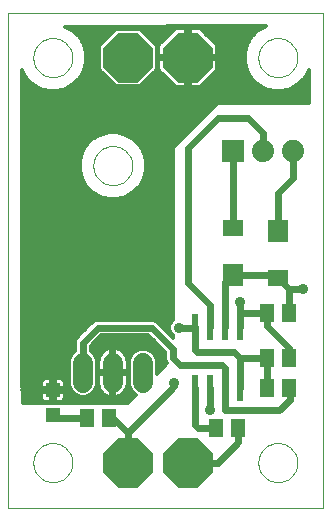
<source format=gtl>
G75*
G70*
%OFA0B0*%
%FSLAX24Y24*%
%IPPOS*%
%LPD*%
%AMOC8*
5,1,8,0,0,1.08239X$1,22.5*
%
%ADD10C,0.0000*%
%ADD11R,0.0236X0.0866*%
%ADD12R,0.0512X0.0591*%
%ADD13R,0.0512X0.0630*%
%ADD14C,0.0660*%
%ADD15R,0.0661X0.0520*%
%ADD16R,0.0661X0.0728*%
%ADD17OC8,0.1640*%
%ADD18R,0.0472X0.0472*%
%ADD19R,0.0740X0.0740*%
%ADD20C,0.0740*%
%ADD21C,0.0240*%
%ADD22C,0.0360*%
%ADD23C,0.0120*%
D10*
X000161Y000101D02*
X000161Y016597D01*
X010661Y016601D01*
X010661Y000101D01*
X000161Y000101D01*
X001011Y001601D02*
X001013Y001651D01*
X001019Y001701D01*
X001029Y001751D01*
X001042Y001799D01*
X001059Y001847D01*
X001080Y001893D01*
X001104Y001937D01*
X001132Y001979D01*
X001163Y002019D01*
X001197Y002056D01*
X001234Y002091D01*
X001273Y002122D01*
X001314Y002151D01*
X001358Y002176D01*
X001404Y002198D01*
X001451Y002216D01*
X001499Y002230D01*
X001548Y002241D01*
X001598Y002248D01*
X001648Y002251D01*
X001699Y002250D01*
X001749Y002245D01*
X001799Y002236D01*
X001847Y002224D01*
X001895Y002207D01*
X001941Y002187D01*
X001986Y002164D01*
X002029Y002137D01*
X002069Y002107D01*
X002107Y002074D01*
X002142Y002038D01*
X002175Y001999D01*
X002204Y001958D01*
X002230Y001915D01*
X002253Y001870D01*
X002272Y001823D01*
X002287Y001775D01*
X002299Y001726D01*
X002307Y001676D01*
X002311Y001626D01*
X002311Y001576D01*
X002307Y001526D01*
X002299Y001476D01*
X002287Y001427D01*
X002272Y001379D01*
X002253Y001332D01*
X002230Y001287D01*
X002204Y001244D01*
X002175Y001203D01*
X002142Y001164D01*
X002107Y001128D01*
X002069Y001095D01*
X002029Y001065D01*
X001986Y001038D01*
X001941Y001015D01*
X001895Y000995D01*
X001847Y000978D01*
X001799Y000966D01*
X001749Y000957D01*
X001699Y000952D01*
X001648Y000951D01*
X001598Y000954D01*
X001548Y000961D01*
X001499Y000972D01*
X001451Y000986D01*
X001404Y001004D01*
X001358Y001026D01*
X001314Y001051D01*
X001273Y001080D01*
X001234Y001111D01*
X001197Y001146D01*
X001163Y001183D01*
X001132Y001223D01*
X001104Y001265D01*
X001080Y001309D01*
X001059Y001355D01*
X001042Y001403D01*
X001029Y001451D01*
X001019Y001501D01*
X001013Y001551D01*
X001011Y001601D01*
X003011Y011501D02*
X003013Y011551D01*
X003019Y011601D01*
X003029Y011651D01*
X003042Y011699D01*
X003059Y011747D01*
X003080Y011793D01*
X003104Y011837D01*
X003132Y011879D01*
X003163Y011919D01*
X003197Y011956D01*
X003234Y011991D01*
X003273Y012022D01*
X003314Y012051D01*
X003358Y012076D01*
X003404Y012098D01*
X003451Y012116D01*
X003499Y012130D01*
X003548Y012141D01*
X003598Y012148D01*
X003648Y012151D01*
X003699Y012150D01*
X003749Y012145D01*
X003799Y012136D01*
X003847Y012124D01*
X003895Y012107D01*
X003941Y012087D01*
X003986Y012064D01*
X004029Y012037D01*
X004069Y012007D01*
X004107Y011974D01*
X004142Y011938D01*
X004175Y011899D01*
X004204Y011858D01*
X004230Y011815D01*
X004253Y011770D01*
X004272Y011723D01*
X004287Y011675D01*
X004299Y011626D01*
X004307Y011576D01*
X004311Y011526D01*
X004311Y011476D01*
X004307Y011426D01*
X004299Y011376D01*
X004287Y011327D01*
X004272Y011279D01*
X004253Y011232D01*
X004230Y011187D01*
X004204Y011144D01*
X004175Y011103D01*
X004142Y011064D01*
X004107Y011028D01*
X004069Y010995D01*
X004029Y010965D01*
X003986Y010938D01*
X003941Y010915D01*
X003895Y010895D01*
X003847Y010878D01*
X003799Y010866D01*
X003749Y010857D01*
X003699Y010852D01*
X003648Y010851D01*
X003598Y010854D01*
X003548Y010861D01*
X003499Y010872D01*
X003451Y010886D01*
X003404Y010904D01*
X003358Y010926D01*
X003314Y010951D01*
X003273Y010980D01*
X003234Y011011D01*
X003197Y011046D01*
X003163Y011083D01*
X003132Y011123D01*
X003104Y011165D01*
X003080Y011209D01*
X003059Y011255D01*
X003042Y011303D01*
X003029Y011351D01*
X003019Y011401D01*
X003013Y011451D01*
X003011Y011501D01*
X001011Y015101D02*
X001013Y015151D01*
X001019Y015201D01*
X001029Y015251D01*
X001042Y015299D01*
X001059Y015347D01*
X001080Y015393D01*
X001104Y015437D01*
X001132Y015479D01*
X001163Y015519D01*
X001197Y015556D01*
X001234Y015591D01*
X001273Y015622D01*
X001314Y015651D01*
X001358Y015676D01*
X001404Y015698D01*
X001451Y015716D01*
X001499Y015730D01*
X001548Y015741D01*
X001598Y015748D01*
X001648Y015751D01*
X001699Y015750D01*
X001749Y015745D01*
X001799Y015736D01*
X001847Y015724D01*
X001895Y015707D01*
X001941Y015687D01*
X001986Y015664D01*
X002029Y015637D01*
X002069Y015607D01*
X002107Y015574D01*
X002142Y015538D01*
X002175Y015499D01*
X002204Y015458D01*
X002230Y015415D01*
X002253Y015370D01*
X002272Y015323D01*
X002287Y015275D01*
X002299Y015226D01*
X002307Y015176D01*
X002311Y015126D01*
X002311Y015076D01*
X002307Y015026D01*
X002299Y014976D01*
X002287Y014927D01*
X002272Y014879D01*
X002253Y014832D01*
X002230Y014787D01*
X002204Y014744D01*
X002175Y014703D01*
X002142Y014664D01*
X002107Y014628D01*
X002069Y014595D01*
X002029Y014565D01*
X001986Y014538D01*
X001941Y014515D01*
X001895Y014495D01*
X001847Y014478D01*
X001799Y014466D01*
X001749Y014457D01*
X001699Y014452D01*
X001648Y014451D01*
X001598Y014454D01*
X001548Y014461D01*
X001499Y014472D01*
X001451Y014486D01*
X001404Y014504D01*
X001358Y014526D01*
X001314Y014551D01*
X001273Y014580D01*
X001234Y014611D01*
X001197Y014646D01*
X001163Y014683D01*
X001132Y014723D01*
X001104Y014765D01*
X001080Y014809D01*
X001059Y014855D01*
X001042Y014903D01*
X001029Y014951D01*
X001019Y015001D01*
X001013Y015051D01*
X001011Y015101D01*
X008511Y015101D02*
X008513Y015151D01*
X008519Y015201D01*
X008529Y015251D01*
X008542Y015299D01*
X008559Y015347D01*
X008580Y015393D01*
X008604Y015437D01*
X008632Y015479D01*
X008663Y015519D01*
X008697Y015556D01*
X008734Y015591D01*
X008773Y015622D01*
X008814Y015651D01*
X008858Y015676D01*
X008904Y015698D01*
X008951Y015716D01*
X008999Y015730D01*
X009048Y015741D01*
X009098Y015748D01*
X009148Y015751D01*
X009199Y015750D01*
X009249Y015745D01*
X009299Y015736D01*
X009347Y015724D01*
X009395Y015707D01*
X009441Y015687D01*
X009486Y015664D01*
X009529Y015637D01*
X009569Y015607D01*
X009607Y015574D01*
X009642Y015538D01*
X009675Y015499D01*
X009704Y015458D01*
X009730Y015415D01*
X009753Y015370D01*
X009772Y015323D01*
X009787Y015275D01*
X009799Y015226D01*
X009807Y015176D01*
X009811Y015126D01*
X009811Y015076D01*
X009807Y015026D01*
X009799Y014976D01*
X009787Y014927D01*
X009772Y014879D01*
X009753Y014832D01*
X009730Y014787D01*
X009704Y014744D01*
X009675Y014703D01*
X009642Y014664D01*
X009607Y014628D01*
X009569Y014595D01*
X009529Y014565D01*
X009486Y014538D01*
X009441Y014515D01*
X009395Y014495D01*
X009347Y014478D01*
X009299Y014466D01*
X009249Y014457D01*
X009199Y014452D01*
X009148Y014451D01*
X009098Y014454D01*
X009048Y014461D01*
X008999Y014472D01*
X008951Y014486D01*
X008904Y014504D01*
X008858Y014526D01*
X008814Y014551D01*
X008773Y014580D01*
X008734Y014611D01*
X008697Y014646D01*
X008663Y014683D01*
X008632Y014723D01*
X008604Y014765D01*
X008580Y014809D01*
X008559Y014855D01*
X008542Y014903D01*
X008529Y014951D01*
X008519Y015001D01*
X008513Y015051D01*
X008511Y015101D01*
X008511Y001601D02*
X008513Y001651D01*
X008519Y001701D01*
X008529Y001751D01*
X008542Y001799D01*
X008559Y001847D01*
X008580Y001893D01*
X008604Y001937D01*
X008632Y001979D01*
X008663Y002019D01*
X008697Y002056D01*
X008734Y002091D01*
X008773Y002122D01*
X008814Y002151D01*
X008858Y002176D01*
X008904Y002198D01*
X008951Y002216D01*
X008999Y002230D01*
X009048Y002241D01*
X009098Y002248D01*
X009148Y002251D01*
X009199Y002250D01*
X009249Y002245D01*
X009299Y002236D01*
X009347Y002224D01*
X009395Y002207D01*
X009441Y002187D01*
X009486Y002164D01*
X009529Y002137D01*
X009569Y002107D01*
X009607Y002074D01*
X009642Y002038D01*
X009675Y001999D01*
X009704Y001958D01*
X009730Y001915D01*
X009753Y001870D01*
X009772Y001823D01*
X009787Y001775D01*
X009799Y001726D01*
X009807Y001676D01*
X009811Y001626D01*
X009811Y001576D01*
X009807Y001526D01*
X009799Y001476D01*
X009787Y001427D01*
X009772Y001379D01*
X009753Y001332D01*
X009730Y001287D01*
X009704Y001244D01*
X009675Y001203D01*
X009642Y001164D01*
X009607Y001128D01*
X009569Y001095D01*
X009529Y001065D01*
X009486Y001038D01*
X009441Y001015D01*
X009395Y000995D01*
X009347Y000978D01*
X009299Y000966D01*
X009249Y000957D01*
X009199Y000952D01*
X009148Y000951D01*
X009098Y000954D01*
X009048Y000961D01*
X008999Y000972D01*
X008951Y000986D01*
X008904Y001004D01*
X008858Y001026D01*
X008814Y001051D01*
X008773Y001080D01*
X008734Y001111D01*
X008697Y001146D01*
X008663Y001183D01*
X008632Y001223D01*
X008604Y001265D01*
X008580Y001309D01*
X008559Y001355D01*
X008542Y001403D01*
X008529Y001451D01*
X008519Y001501D01*
X008513Y001551D01*
X008511Y001601D01*
D11*
X007911Y004077D03*
X007411Y004077D03*
X006911Y004077D03*
X006411Y004077D03*
X006411Y006124D03*
X006911Y006124D03*
X007411Y006124D03*
X007911Y006124D03*
D12*
X008787Y006601D03*
X009535Y006601D03*
X009535Y005101D03*
X008787Y005101D03*
X007835Y002751D03*
X007087Y002751D03*
D13*
X008787Y004101D03*
X009535Y004101D03*
X003535Y003101D03*
X002787Y003101D03*
D14*
X002661Y004271D02*
X002661Y004931D01*
X003661Y004931D02*
X003661Y004271D01*
X004661Y004271D02*
X004661Y004931D01*
D15*
X007661Y009435D03*
X009161Y007766D03*
D16*
X009161Y009337D03*
X007661Y007865D03*
D17*
X006161Y001601D03*
X004161Y001601D03*
X004161Y015101D03*
X006161Y015101D03*
D18*
X001661Y004014D03*
X001661Y003187D03*
D19*
X007661Y011981D03*
D20*
X008661Y011981D03*
X009661Y011981D03*
D21*
X009661Y011101D01*
X009161Y010601D01*
X009161Y009337D01*
X009063Y007865D02*
X009161Y007766D01*
X009535Y007392D01*
X009953Y007392D01*
X010011Y007401D01*
X009535Y007392D02*
X009535Y006601D01*
X008811Y006577D02*
X008811Y006142D01*
X009535Y005418D01*
X009535Y005101D01*
X009535Y004101D02*
X009561Y004075D01*
X009561Y003701D01*
X009211Y003351D01*
X007411Y003351D01*
X007411Y004077D01*
X007411Y004739D01*
X007299Y004851D01*
X005911Y004851D01*
X005661Y005101D01*
X005661Y005394D01*
X004954Y006101D01*
X003161Y006101D01*
X002661Y005601D01*
X002661Y004601D01*
X002787Y003101D02*
X001748Y003101D01*
X001661Y003187D01*
X003535Y003101D02*
X003661Y003101D01*
X004161Y002601D01*
X004161Y001601D01*
X004161Y002601D02*
X005711Y004151D01*
X005711Y004251D01*
X006411Y004077D02*
X006411Y002851D01*
X006511Y002751D01*
X007087Y002751D01*
X006911Y003351D02*
X006911Y004077D01*
X006461Y005301D02*
X006411Y005351D01*
X006411Y006101D01*
X005861Y006101D01*
X006411Y006101D02*
X006411Y006124D01*
X006911Y006124D02*
X006911Y006851D01*
X006161Y007601D01*
X006161Y012101D01*
X007161Y013101D01*
X008161Y013101D01*
X008661Y012601D01*
X008661Y011981D01*
X007661Y011981D02*
X007661Y009435D01*
X007661Y007865D02*
X009063Y007865D01*
X008787Y006601D02*
X008811Y006577D01*
X008787Y006601D02*
X007911Y006601D01*
X007911Y006124D01*
X007911Y006601D02*
X007911Y006951D01*
X007411Y007615D02*
X007411Y006124D01*
X007711Y005301D02*
X007911Y005101D01*
X008787Y005101D01*
X008787Y004101D01*
X007911Y004077D02*
X007911Y005101D01*
X007711Y005301D02*
X006461Y005301D01*
X007411Y007615D02*
X007661Y007865D01*
X007835Y002751D02*
X007835Y002275D01*
X007161Y001601D01*
X006161Y001601D01*
D22*
X006911Y003351D03*
X005711Y004251D03*
X005861Y006101D03*
X004661Y007101D03*
X004661Y007601D03*
X004661Y008101D03*
X004661Y008601D03*
X004661Y009101D03*
X004661Y009601D03*
X003661Y009101D03*
X003661Y008601D03*
X003661Y008101D03*
X003661Y007601D03*
X003661Y007101D03*
X002661Y007101D03*
X002661Y007601D03*
X002661Y008101D03*
X002661Y008601D03*
X002661Y009101D03*
X002661Y009601D03*
X007911Y006951D03*
X010011Y007401D03*
D23*
X006464Y012903D02*
X000621Y012903D01*
X000621Y012785D02*
X006345Y012785D01*
X006227Y012666D02*
X000621Y012666D01*
X000621Y012548D02*
X003280Y012548D01*
X003233Y012535D02*
X002980Y012389D01*
X002773Y012182D01*
X002627Y011929D01*
X002551Y011647D01*
X002551Y011355D01*
X002627Y011072D01*
X002773Y010819D01*
X002980Y010613D01*
X003233Y010466D01*
X003515Y010391D01*
X003807Y010391D01*
X004090Y010466D01*
X004343Y010613D01*
X004549Y010819D01*
X004696Y011072D01*
X004771Y011355D01*
X004771Y011647D01*
X004696Y011929D01*
X004549Y012182D01*
X004343Y012389D01*
X004090Y012535D01*
X003807Y012611D01*
X003515Y012611D01*
X003233Y012535D01*
X003050Y012429D02*
X000621Y012429D01*
X000621Y012311D02*
X002901Y012311D01*
X002783Y012192D02*
X000621Y012192D01*
X000621Y012074D02*
X002710Y012074D01*
X002642Y011955D02*
X000621Y011955D01*
X000621Y011837D02*
X002602Y011837D01*
X002570Y011718D02*
X000621Y011718D01*
X000621Y011599D02*
X002551Y011599D01*
X002551Y011481D02*
X000621Y011481D01*
X000621Y011362D02*
X002551Y011362D01*
X002581Y011244D02*
X000621Y011244D01*
X000621Y011125D02*
X002613Y011125D01*
X002665Y011007D02*
X000621Y011007D01*
X000621Y010888D02*
X002733Y010888D01*
X002823Y010770D02*
X000621Y010770D01*
X000621Y010651D02*
X002941Y010651D01*
X003118Y010533D02*
X000621Y010533D01*
X000621Y010414D02*
X003428Y010414D01*
X003894Y010414D02*
X005661Y010414D01*
X005661Y010296D02*
X000621Y010296D01*
X000621Y010177D02*
X005661Y010177D01*
X005661Y010058D02*
X000621Y010058D01*
X000621Y009940D02*
X005661Y009940D01*
X005661Y009821D02*
X000621Y009821D01*
X000621Y009703D02*
X005661Y009703D01*
X005661Y009584D02*
X000621Y009584D01*
X000621Y009466D02*
X005661Y009466D01*
X005661Y009347D02*
X000621Y009347D01*
X000621Y009229D02*
X005661Y009229D01*
X005661Y009110D02*
X000621Y009110D01*
X000621Y008992D02*
X005661Y008992D01*
X005661Y008873D02*
X000621Y008873D01*
X000621Y008754D02*
X005661Y008754D01*
X005661Y008636D02*
X000621Y008636D01*
X000621Y008517D02*
X005661Y008517D01*
X005661Y008399D02*
X000621Y008399D01*
X000621Y008280D02*
X005661Y008280D01*
X005661Y008162D02*
X000621Y008162D01*
X000621Y008043D02*
X005661Y008043D01*
X005661Y007925D02*
X000621Y007925D01*
X000621Y007806D02*
X005661Y007806D01*
X005661Y007688D02*
X000621Y007688D01*
X000621Y007569D02*
X005661Y007569D01*
X005661Y007450D02*
X000621Y007450D01*
X000621Y007332D02*
X005661Y007332D01*
X005661Y007213D02*
X000621Y007213D01*
X000621Y007095D02*
X005661Y007095D01*
X005661Y006976D02*
X000621Y006976D01*
X000621Y006858D02*
X005661Y006858D01*
X005661Y006739D02*
X000621Y006739D01*
X000621Y006621D02*
X005661Y006621D01*
X005661Y006502D02*
X000621Y006502D01*
X000621Y006384D02*
X005661Y006384D01*
X005661Y006353D02*
X005590Y006282D01*
X005541Y006164D01*
X005541Y006037D01*
X005590Y005919D01*
X005661Y005848D01*
X005661Y005761D01*
X005101Y006321D01*
X005006Y006361D01*
X004902Y006361D01*
X003213Y006361D01*
X003110Y006361D01*
X003014Y006321D01*
X002441Y005748D01*
X002401Y005652D01*
X002401Y005549D01*
X002401Y005332D01*
X002395Y005329D01*
X002263Y005197D01*
X002191Y005024D01*
X002191Y004177D01*
X002263Y004005D01*
X002395Y003872D01*
X002568Y003801D01*
X002755Y003801D01*
X002927Y003872D01*
X003060Y004005D01*
X003131Y004177D01*
X003131Y005024D01*
X003060Y005197D01*
X002927Y005329D01*
X002921Y005332D01*
X002921Y005493D01*
X003269Y005841D01*
X004846Y005841D01*
X005401Y005286D01*
X005401Y005152D01*
X005401Y005049D01*
X005441Y004954D01*
X005477Y004917D01*
X005131Y004571D01*
X005131Y005024D01*
X005060Y005197D01*
X004927Y005329D01*
X004755Y005401D01*
X004568Y005401D01*
X004395Y005329D01*
X004263Y005197D01*
X004191Y005024D01*
X004191Y004177D01*
X004263Y004005D01*
X004395Y003872D01*
X004422Y003861D01*
X004161Y003601D01*
X000661Y003601D01*
X000621Y004642D01*
X000621Y014694D01*
X000627Y014672D01*
X000773Y014419D01*
X000980Y014213D01*
X001233Y014066D01*
X001515Y013991D01*
X001807Y013991D01*
X002090Y014066D01*
X002343Y014213D01*
X002549Y014419D01*
X002696Y014672D01*
X002771Y014955D01*
X002771Y015247D01*
X002696Y015529D01*
X002549Y015782D01*
X002343Y015989D01*
X002090Y016135D01*
X002080Y016138D01*
X008751Y016140D01*
X008733Y016135D01*
X008480Y015989D01*
X008273Y015782D01*
X008127Y015529D01*
X008051Y015247D01*
X008051Y014955D01*
X008127Y014672D01*
X008273Y014419D01*
X008480Y014213D01*
X008733Y014066D01*
X009015Y013991D01*
X009307Y013991D01*
X009590Y014066D01*
X009843Y014213D01*
X010049Y014419D01*
X010196Y014672D01*
X010201Y014694D01*
X010201Y013601D01*
X007161Y013601D01*
X005661Y012101D01*
X005661Y006353D01*
X005583Y006265D02*
X005158Y006265D01*
X005276Y006146D02*
X005541Y006146D01*
X005545Y006028D02*
X005395Y006028D01*
X005513Y005909D02*
X005600Y005909D01*
X005632Y005791D02*
X005661Y005791D01*
X005371Y005317D02*
X004940Y005317D01*
X005059Y005198D02*
X005401Y005198D01*
X005401Y005080D02*
X005108Y005080D01*
X005131Y004961D02*
X005438Y004961D01*
X005403Y004843D02*
X005131Y004843D01*
X005131Y004724D02*
X005284Y004724D01*
X005166Y004605D02*
X005131Y004605D01*
X005252Y005435D02*
X002921Y005435D01*
X002940Y005317D02*
X003359Y005317D01*
X003342Y005305D02*
X003404Y005350D01*
X003473Y005385D01*
X003546Y005409D01*
X003611Y005419D01*
X003611Y004651D01*
X003611Y004551D01*
X003171Y004551D01*
X003171Y004232D01*
X003183Y004156D01*
X003207Y004083D01*
X003242Y004014D01*
X003287Y003952D01*
X003342Y003897D01*
X003404Y003852D01*
X003473Y003817D01*
X003546Y003793D01*
X003611Y003783D01*
X003611Y004551D01*
X003711Y004551D01*
X003711Y003783D01*
X003776Y003793D01*
X003849Y003817D01*
X003918Y003852D01*
X003980Y003897D01*
X004035Y003952D01*
X004080Y004014D01*
X004115Y004083D01*
X004139Y004156D01*
X004151Y004232D01*
X004151Y004551D01*
X003711Y004551D01*
X003711Y004651D01*
X003611Y004651D01*
X003171Y004651D01*
X003171Y004969D01*
X003183Y005046D01*
X003207Y005119D01*
X003242Y005188D01*
X003287Y005250D01*
X003342Y005305D01*
X003250Y005198D02*
X003059Y005198D01*
X003108Y005080D02*
X003194Y005080D01*
X003171Y004961D02*
X003131Y004961D01*
X003131Y004843D02*
X003171Y004843D01*
X003171Y004724D02*
X003131Y004724D01*
X003131Y004605D02*
X003611Y004605D01*
X003711Y004605D02*
X004191Y004605D01*
X004151Y004651D02*
X004151Y004969D01*
X004139Y005046D01*
X004115Y005119D01*
X004080Y005188D01*
X004035Y005250D01*
X003980Y005305D01*
X003918Y005350D01*
X003849Y005385D01*
X003776Y005409D01*
X003711Y005419D01*
X003711Y004651D01*
X004151Y004651D01*
X004151Y004724D02*
X004191Y004724D01*
X004191Y004843D02*
X004151Y004843D01*
X004151Y004961D02*
X004191Y004961D01*
X004214Y005080D02*
X004128Y005080D01*
X004073Y005198D02*
X004264Y005198D01*
X004382Y005317D02*
X003964Y005317D01*
X003711Y005317D02*
X003611Y005317D01*
X003611Y005198D02*
X003711Y005198D01*
X003711Y005080D02*
X003611Y005080D01*
X003611Y004961D02*
X003711Y004961D01*
X003711Y004843D02*
X003611Y004843D01*
X003611Y004724D02*
X003711Y004724D01*
X003711Y004487D02*
X003611Y004487D01*
X003611Y004368D02*
X003711Y004368D01*
X003711Y004250D02*
X003611Y004250D01*
X003611Y004131D02*
X003711Y004131D01*
X003711Y004013D02*
X003611Y004013D01*
X003611Y003894D02*
X003711Y003894D01*
X003976Y003894D02*
X004373Y003894D01*
X004336Y003776D02*
X002057Y003776D01*
X002057Y003757D02*
X002057Y003956D01*
X001720Y003956D01*
X001720Y004072D01*
X002057Y004072D01*
X002057Y004271D01*
X002047Y004312D01*
X002025Y004349D01*
X001996Y004378D01*
X001959Y004399D01*
X001919Y004410D01*
X001719Y004410D01*
X001719Y004073D01*
X001603Y004073D01*
X001603Y004410D01*
X001404Y004410D01*
X001363Y004399D01*
X001327Y004378D01*
X001297Y004349D01*
X001276Y004312D01*
X001265Y004271D01*
X001265Y004072D01*
X001603Y004072D01*
X001603Y003956D01*
X001265Y003956D01*
X001265Y003757D01*
X001276Y003716D01*
X001297Y003680D01*
X001327Y003650D01*
X001363Y003629D01*
X001404Y003618D01*
X001603Y003618D01*
X001603Y003956D01*
X001719Y003956D01*
X001719Y003618D01*
X001919Y003618D01*
X001959Y003629D01*
X001996Y003650D01*
X002025Y003680D01*
X002047Y003716D01*
X002057Y003757D01*
X002003Y003657D02*
X004218Y003657D01*
X004259Y004013D02*
X004079Y004013D01*
X004131Y004131D02*
X004210Y004131D01*
X004191Y004250D02*
X004151Y004250D01*
X004151Y004368D02*
X004191Y004368D01*
X004191Y004487D02*
X004151Y004487D01*
X003346Y003894D02*
X002949Y003894D01*
X003063Y004013D02*
X003243Y004013D01*
X003191Y004131D02*
X003112Y004131D01*
X003131Y004250D02*
X003171Y004250D01*
X003171Y004368D02*
X003131Y004368D01*
X003131Y004487D02*
X003171Y004487D01*
X002982Y005554D02*
X005133Y005554D01*
X005015Y005672D02*
X003100Y005672D01*
X003219Y005791D02*
X004896Y005791D01*
X002958Y006265D02*
X000621Y006265D01*
X000621Y006146D02*
X002839Y006146D01*
X002721Y006028D02*
X000621Y006028D01*
X000621Y005909D02*
X002602Y005909D01*
X002484Y005791D02*
X000621Y005791D01*
X000621Y005672D02*
X002409Y005672D01*
X002401Y005554D02*
X000621Y005554D01*
X000621Y005435D02*
X002401Y005435D01*
X002382Y005317D02*
X000621Y005317D01*
X000621Y005198D02*
X002264Y005198D01*
X002214Y005080D02*
X000621Y005080D01*
X000621Y004961D02*
X002191Y004961D01*
X002191Y004843D02*
X000621Y004843D01*
X000621Y004724D02*
X002191Y004724D01*
X002191Y004605D02*
X000623Y004605D01*
X000627Y004487D02*
X002191Y004487D01*
X002191Y004368D02*
X002006Y004368D01*
X002057Y004250D02*
X002191Y004250D01*
X002210Y004131D02*
X002057Y004131D01*
X002259Y004013D02*
X001720Y004013D01*
X001603Y004013D02*
X000645Y004013D01*
X000641Y004131D02*
X001265Y004131D01*
X001265Y004250D02*
X000636Y004250D01*
X000632Y004368D02*
X001317Y004368D01*
X001603Y004368D02*
X001719Y004368D01*
X001719Y004250D02*
X001603Y004250D01*
X001603Y004131D02*
X001719Y004131D01*
X001719Y003894D02*
X001603Y003894D01*
X001603Y003776D02*
X001719Y003776D01*
X001719Y003657D02*
X001603Y003657D01*
X001320Y003657D02*
X000659Y003657D01*
X000655Y003776D02*
X001265Y003776D01*
X001265Y003894D02*
X000650Y003894D01*
X002057Y003894D02*
X002373Y003894D01*
X004204Y010533D02*
X005661Y010533D01*
X005661Y010651D02*
X004381Y010651D01*
X004500Y010770D02*
X005661Y010770D01*
X005661Y010888D02*
X004589Y010888D01*
X004658Y011007D02*
X005661Y011007D01*
X005661Y011125D02*
X004710Y011125D01*
X004742Y011244D02*
X005661Y011244D01*
X005661Y011362D02*
X004771Y011362D01*
X004771Y011481D02*
X005661Y011481D01*
X005661Y011599D02*
X004771Y011599D01*
X004752Y011718D02*
X005661Y011718D01*
X005661Y011837D02*
X004720Y011837D01*
X004681Y011955D02*
X005661Y011955D01*
X005661Y012074D02*
X004612Y012074D01*
X004540Y012192D02*
X005753Y012192D01*
X005871Y012311D02*
X004421Y012311D01*
X004273Y012429D02*
X005990Y012429D01*
X006108Y012548D02*
X004042Y012548D01*
X003764Y014141D02*
X004559Y014141D01*
X005121Y014703D01*
X005121Y015498D01*
X004559Y016061D01*
X003764Y016061D01*
X003201Y015498D01*
X003201Y014703D01*
X003764Y014141D01*
X003697Y014207D02*
X002334Y014207D01*
X002456Y014326D02*
X003578Y014326D01*
X003460Y014445D02*
X002564Y014445D01*
X002632Y014563D02*
X003341Y014563D01*
X003223Y014682D02*
X002698Y014682D01*
X002730Y014800D02*
X003201Y014800D01*
X003201Y014919D02*
X002762Y014919D01*
X002771Y015037D02*
X003201Y015037D01*
X003201Y015156D02*
X002771Y015156D01*
X002764Y015274D02*
X003201Y015274D01*
X003201Y015393D02*
X002732Y015393D01*
X002700Y015511D02*
X003214Y015511D01*
X003333Y015630D02*
X002637Y015630D01*
X002569Y015749D02*
X003451Y015749D01*
X003570Y015867D02*
X002465Y015867D01*
X002346Y015986D02*
X003688Y015986D01*
X004634Y015986D02*
X005660Y015986D01*
X005755Y016081D02*
X005181Y015507D01*
X005181Y015161D01*
X006101Y015161D01*
X006101Y015041D01*
X005181Y015041D01*
X005181Y014695D01*
X005755Y014121D01*
X006101Y014121D01*
X006101Y015041D01*
X006221Y015041D01*
X006221Y014121D01*
X006567Y014121D01*
X007141Y014695D01*
X007141Y015041D01*
X006221Y015041D01*
X006221Y015161D01*
X006101Y015161D01*
X006101Y016081D01*
X005755Y016081D01*
X005542Y015867D02*
X004753Y015867D01*
X004871Y015749D02*
X005423Y015749D01*
X005305Y015630D02*
X004990Y015630D01*
X005108Y015511D02*
X005186Y015511D01*
X005181Y015393D02*
X005121Y015393D01*
X005121Y015274D02*
X005181Y015274D01*
X005121Y015156D02*
X006101Y015156D01*
X006101Y015274D02*
X006221Y015274D01*
X006221Y015161D02*
X006221Y016081D01*
X006567Y016081D01*
X007141Y015507D01*
X007141Y015161D01*
X006221Y015161D01*
X006221Y015156D02*
X008051Y015156D01*
X008059Y015274D02*
X007141Y015274D01*
X007141Y015393D02*
X008090Y015393D01*
X008122Y015511D02*
X007136Y015511D01*
X007018Y015630D02*
X008185Y015630D01*
X008254Y015749D02*
X006899Y015749D01*
X006781Y015867D02*
X008358Y015867D01*
X008476Y015986D02*
X006662Y015986D01*
X006221Y015986D02*
X006101Y015986D01*
X006101Y015867D02*
X006221Y015867D01*
X006221Y015749D02*
X006101Y015749D01*
X006101Y015630D02*
X006221Y015630D01*
X006221Y015511D02*
X006101Y015511D01*
X006101Y015393D02*
X006221Y015393D01*
X006221Y015037D02*
X006101Y015037D01*
X006101Y014919D02*
X006221Y014919D01*
X006221Y014800D02*
X006101Y014800D01*
X006101Y014682D02*
X006221Y014682D01*
X006221Y014563D02*
X006101Y014563D01*
X006101Y014445D02*
X006221Y014445D01*
X006221Y014326D02*
X006101Y014326D01*
X006101Y014207D02*
X006221Y014207D01*
X006654Y014207D02*
X008489Y014207D01*
X008366Y014326D02*
X006772Y014326D01*
X006891Y014445D02*
X008258Y014445D01*
X008190Y014563D02*
X007009Y014563D01*
X007128Y014682D02*
X008124Y014682D01*
X008093Y014800D02*
X007141Y014800D01*
X007141Y014919D02*
X008061Y014919D01*
X008051Y015037D02*
X007141Y015037D01*
X007057Y013496D02*
X000621Y013496D01*
X000621Y013378D02*
X006938Y013378D01*
X006820Y013259D02*
X000621Y013259D01*
X000621Y013141D02*
X006701Y013141D01*
X006582Y013022D02*
X000621Y013022D01*
X000621Y013615D02*
X010201Y013615D01*
X010201Y013733D02*
X000621Y013733D01*
X000621Y013852D02*
X010201Y013852D01*
X010201Y013970D02*
X000621Y013970D01*
X000621Y014089D02*
X001194Y014089D01*
X000989Y014207D02*
X000621Y014207D01*
X000621Y014326D02*
X000866Y014326D01*
X000758Y014445D02*
X000621Y014445D01*
X000621Y014563D02*
X000690Y014563D01*
X000624Y014682D02*
X000621Y014682D01*
X002129Y014089D02*
X008694Y014089D01*
X009629Y014089D02*
X010201Y014089D01*
X010201Y014207D02*
X009834Y014207D01*
X009956Y014326D02*
X010201Y014326D01*
X010201Y014445D02*
X010064Y014445D01*
X010132Y014563D02*
X010201Y014563D01*
X010198Y014682D02*
X010201Y014682D01*
X008679Y016104D02*
X002143Y016104D01*
X004626Y014207D02*
X005669Y014207D01*
X005550Y014326D02*
X004744Y014326D01*
X004863Y014445D02*
X005432Y014445D01*
X005313Y014563D02*
X004981Y014563D01*
X005100Y014682D02*
X005194Y014682D01*
X005181Y014800D02*
X005121Y014800D01*
X005121Y014919D02*
X005181Y014919D01*
X005181Y015037D02*
X005121Y015037D01*
M02*

</source>
